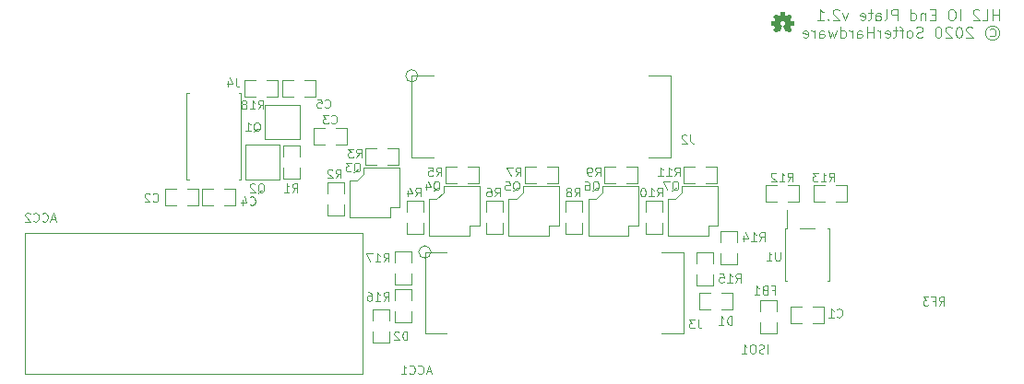
<source format=gbo>
G04 #@! TF.GenerationSoftware,KiCad,Pcbnew,5.1.5-52549c5~84~ubuntu18.04.1*
G04 #@! TF.CreationDate,2020-03-18T22:18:37-07:00*
G04 #@! TF.ProjectId,endcap,656e6463-6170-42e6-9b69-6361645f7063,2.1*
G04 #@! TF.SameCoordinates,PX2faf080PY2faf080*
G04 #@! TF.FileFunction,Legend,Bot*
G04 #@! TF.FilePolarity,Positive*
%FSLAX46Y46*%
G04 Gerber Fmt 4.6, Leading zero omitted, Abs format (unit mm)*
G04 Created by KiCad (PCBNEW 5.1.5-52549c5~84~ubuntu18.04.1) date 2020-03-18 22:18:37*
%MOMM*%
%LPD*%
G04 APERTURE LIST*
%ADD10C,0.120000*%
%ADD11C,0.100000*%
%ADD12C,0.002540*%
G04 APERTURE END LIST*
D10*
X96983904Y-4942380D02*
X96983904Y-3942380D01*
X96983904Y-4418571D02*
X96412476Y-4418571D01*
X96412476Y-4942380D02*
X96412476Y-3942380D01*
X95460095Y-4942380D02*
X95936285Y-4942380D01*
X95936285Y-3942380D01*
X95174380Y-4037619D02*
X95126761Y-3990000D01*
X95031523Y-3942380D01*
X94793428Y-3942380D01*
X94698190Y-3990000D01*
X94650571Y-4037619D01*
X94602952Y-4132857D01*
X94602952Y-4228095D01*
X94650571Y-4370952D01*
X95222000Y-4942380D01*
X94602952Y-4942380D01*
X93412476Y-4942380D02*
X93412476Y-3942380D01*
X92745809Y-3942380D02*
X92555333Y-3942380D01*
X92460095Y-3990000D01*
X92364857Y-4085238D01*
X92317238Y-4275714D01*
X92317238Y-4609047D01*
X92364857Y-4799523D01*
X92460095Y-4894761D01*
X92555333Y-4942380D01*
X92745809Y-4942380D01*
X92841047Y-4894761D01*
X92936285Y-4799523D01*
X92983904Y-4609047D01*
X92983904Y-4275714D01*
X92936285Y-4085238D01*
X92841047Y-3990000D01*
X92745809Y-3942380D01*
X91126761Y-4418571D02*
X90793428Y-4418571D01*
X90650571Y-4942380D02*
X91126761Y-4942380D01*
X91126761Y-3942380D01*
X90650571Y-3942380D01*
X90222000Y-4275714D02*
X90222000Y-4942380D01*
X90222000Y-4370952D02*
X90174380Y-4323333D01*
X90079142Y-4275714D01*
X89936285Y-4275714D01*
X89841047Y-4323333D01*
X89793428Y-4418571D01*
X89793428Y-4942380D01*
X88888666Y-4942380D02*
X88888666Y-3942380D01*
X88888666Y-4894761D02*
X88983904Y-4942380D01*
X89174380Y-4942380D01*
X89269619Y-4894761D01*
X89317238Y-4847142D01*
X89364857Y-4751904D01*
X89364857Y-4466190D01*
X89317238Y-4370952D01*
X89269619Y-4323333D01*
X89174380Y-4275714D01*
X88983904Y-4275714D01*
X88888666Y-4323333D01*
X87650571Y-4942380D02*
X87650571Y-3942380D01*
X87269619Y-3942380D01*
X87174380Y-3990000D01*
X87126761Y-4037619D01*
X87079142Y-4132857D01*
X87079142Y-4275714D01*
X87126761Y-4370952D01*
X87174380Y-4418571D01*
X87269619Y-4466190D01*
X87650571Y-4466190D01*
X86507714Y-4942380D02*
X86602952Y-4894761D01*
X86650571Y-4799523D01*
X86650571Y-3942380D01*
X85698190Y-4942380D02*
X85698190Y-4418571D01*
X85745809Y-4323333D01*
X85841047Y-4275714D01*
X86031523Y-4275714D01*
X86126761Y-4323333D01*
X85698190Y-4894761D02*
X85793428Y-4942380D01*
X86031523Y-4942380D01*
X86126761Y-4894761D01*
X86174380Y-4799523D01*
X86174380Y-4704285D01*
X86126761Y-4609047D01*
X86031523Y-4561428D01*
X85793428Y-4561428D01*
X85698190Y-4513809D01*
X85364857Y-4275714D02*
X84983904Y-4275714D01*
X85222000Y-3942380D02*
X85222000Y-4799523D01*
X85174380Y-4894761D01*
X85079142Y-4942380D01*
X84983904Y-4942380D01*
X84269619Y-4894761D02*
X84364857Y-4942380D01*
X84555333Y-4942380D01*
X84650571Y-4894761D01*
X84698190Y-4799523D01*
X84698190Y-4418571D01*
X84650571Y-4323333D01*
X84555333Y-4275714D01*
X84364857Y-4275714D01*
X84269619Y-4323333D01*
X84222000Y-4418571D01*
X84222000Y-4513809D01*
X84698190Y-4609047D01*
X83126761Y-4275714D02*
X82888666Y-4942380D01*
X82650571Y-4275714D01*
X82317238Y-4037619D02*
X82269619Y-3990000D01*
X82174380Y-3942380D01*
X81936285Y-3942380D01*
X81841047Y-3990000D01*
X81793428Y-4037619D01*
X81745809Y-4132857D01*
X81745809Y-4228095D01*
X81793428Y-4370952D01*
X82364857Y-4942380D01*
X81745809Y-4942380D01*
X81317238Y-4847142D02*
X81269619Y-4894761D01*
X81317238Y-4942380D01*
X81364857Y-4894761D01*
X81317238Y-4847142D01*
X81317238Y-4942380D01*
X80317238Y-4942380D02*
X80888666Y-4942380D01*
X80602952Y-4942380D02*
X80602952Y-3942380D01*
X80698190Y-4085238D01*
X80793428Y-4180476D01*
X80888666Y-4228095D01*
X96174380Y-5800476D02*
X96269619Y-5752857D01*
X96460095Y-5752857D01*
X96555333Y-5800476D01*
X96650571Y-5895714D01*
X96698190Y-5990952D01*
X96698190Y-6181428D01*
X96650571Y-6276666D01*
X96555333Y-6371904D01*
X96460095Y-6419523D01*
X96269619Y-6419523D01*
X96174380Y-6371904D01*
X96364857Y-5419523D02*
X96602952Y-5467142D01*
X96841047Y-5610000D01*
X96983904Y-5848095D01*
X97031523Y-6086190D01*
X96983904Y-6324285D01*
X96841047Y-6562380D01*
X96602952Y-6705238D01*
X96364857Y-6752857D01*
X96126761Y-6705238D01*
X95888666Y-6562380D01*
X95745809Y-6324285D01*
X95698190Y-6086190D01*
X95745809Y-5848095D01*
X95888666Y-5610000D01*
X96126761Y-5467142D01*
X96364857Y-5419523D01*
X94555333Y-5657619D02*
X94507714Y-5610000D01*
X94412476Y-5562380D01*
X94174380Y-5562380D01*
X94079142Y-5610000D01*
X94031523Y-5657619D01*
X93983904Y-5752857D01*
X93983904Y-5848095D01*
X94031523Y-5990952D01*
X94602952Y-6562380D01*
X93983904Y-6562380D01*
X93364857Y-5562380D02*
X93269619Y-5562380D01*
X93174380Y-5610000D01*
X93126761Y-5657619D01*
X93079142Y-5752857D01*
X93031523Y-5943333D01*
X93031523Y-6181428D01*
X93079142Y-6371904D01*
X93126761Y-6467142D01*
X93174380Y-6514761D01*
X93269619Y-6562380D01*
X93364857Y-6562380D01*
X93460095Y-6514761D01*
X93507714Y-6467142D01*
X93555333Y-6371904D01*
X93602952Y-6181428D01*
X93602952Y-5943333D01*
X93555333Y-5752857D01*
X93507714Y-5657619D01*
X93460095Y-5610000D01*
X93364857Y-5562380D01*
X92650571Y-5657619D02*
X92602952Y-5610000D01*
X92507714Y-5562380D01*
X92269619Y-5562380D01*
X92174380Y-5610000D01*
X92126761Y-5657619D01*
X92079142Y-5752857D01*
X92079142Y-5848095D01*
X92126761Y-5990952D01*
X92698190Y-6562380D01*
X92079142Y-6562380D01*
X91460095Y-5562380D02*
X91364857Y-5562380D01*
X91269619Y-5610000D01*
X91222000Y-5657619D01*
X91174380Y-5752857D01*
X91126761Y-5943333D01*
X91126761Y-6181428D01*
X91174380Y-6371904D01*
X91222000Y-6467142D01*
X91269619Y-6514761D01*
X91364857Y-6562380D01*
X91460095Y-6562380D01*
X91555333Y-6514761D01*
X91602952Y-6467142D01*
X91650571Y-6371904D01*
X91698190Y-6181428D01*
X91698190Y-5943333D01*
X91650571Y-5752857D01*
X91602952Y-5657619D01*
X91555333Y-5610000D01*
X91460095Y-5562380D01*
X89983904Y-6514761D02*
X89841047Y-6562380D01*
X89602952Y-6562380D01*
X89507714Y-6514761D01*
X89460095Y-6467142D01*
X89412476Y-6371904D01*
X89412476Y-6276666D01*
X89460095Y-6181428D01*
X89507714Y-6133809D01*
X89602952Y-6086190D01*
X89793428Y-6038571D01*
X89888666Y-5990952D01*
X89936285Y-5943333D01*
X89983904Y-5848095D01*
X89983904Y-5752857D01*
X89936285Y-5657619D01*
X89888666Y-5610000D01*
X89793428Y-5562380D01*
X89555333Y-5562380D01*
X89412476Y-5610000D01*
X88841047Y-6562380D02*
X88936285Y-6514761D01*
X88983904Y-6467142D01*
X89031523Y-6371904D01*
X89031523Y-6086190D01*
X88983904Y-5990952D01*
X88936285Y-5943333D01*
X88841047Y-5895714D01*
X88698190Y-5895714D01*
X88602952Y-5943333D01*
X88555333Y-5990952D01*
X88507714Y-6086190D01*
X88507714Y-6371904D01*
X88555333Y-6467142D01*
X88602952Y-6514761D01*
X88698190Y-6562380D01*
X88841047Y-6562380D01*
X88222000Y-5895714D02*
X87841047Y-5895714D01*
X88079142Y-6562380D02*
X88079142Y-5705238D01*
X88031523Y-5610000D01*
X87936285Y-5562380D01*
X87841047Y-5562380D01*
X87650571Y-5895714D02*
X87269619Y-5895714D01*
X87507714Y-5562380D02*
X87507714Y-6419523D01*
X87460095Y-6514761D01*
X87364857Y-6562380D01*
X87269619Y-6562380D01*
X86555333Y-6514761D02*
X86650571Y-6562380D01*
X86841047Y-6562380D01*
X86936285Y-6514761D01*
X86983904Y-6419523D01*
X86983904Y-6038571D01*
X86936285Y-5943333D01*
X86841047Y-5895714D01*
X86650571Y-5895714D01*
X86555333Y-5943333D01*
X86507714Y-6038571D01*
X86507714Y-6133809D01*
X86983904Y-6229047D01*
X86079142Y-6562380D02*
X86079142Y-5895714D01*
X86079142Y-6086190D02*
X86031523Y-5990952D01*
X85983904Y-5943333D01*
X85888666Y-5895714D01*
X85793428Y-5895714D01*
X85460095Y-6562380D02*
X85460095Y-5562380D01*
X85460095Y-6038571D02*
X84888666Y-6038571D01*
X84888666Y-6562380D02*
X84888666Y-5562380D01*
X83983904Y-6562380D02*
X83983904Y-6038571D01*
X84031523Y-5943333D01*
X84126761Y-5895714D01*
X84317238Y-5895714D01*
X84412476Y-5943333D01*
X83983904Y-6514761D02*
X84079142Y-6562380D01*
X84317238Y-6562380D01*
X84412476Y-6514761D01*
X84460095Y-6419523D01*
X84460095Y-6324285D01*
X84412476Y-6229047D01*
X84317238Y-6181428D01*
X84079142Y-6181428D01*
X83983904Y-6133809D01*
X83507714Y-6562380D02*
X83507714Y-5895714D01*
X83507714Y-6086190D02*
X83460095Y-5990952D01*
X83412476Y-5943333D01*
X83317238Y-5895714D01*
X83222000Y-5895714D01*
X82460095Y-6562380D02*
X82460095Y-5562380D01*
X82460095Y-6514761D02*
X82555333Y-6562380D01*
X82745809Y-6562380D01*
X82841047Y-6514761D01*
X82888666Y-6467142D01*
X82936285Y-6371904D01*
X82936285Y-6086190D01*
X82888666Y-5990952D01*
X82841047Y-5943333D01*
X82745809Y-5895714D01*
X82555333Y-5895714D01*
X82460095Y-5943333D01*
X82079142Y-5895714D02*
X81888666Y-6562380D01*
X81698190Y-6086190D01*
X81507714Y-6562380D01*
X81317238Y-5895714D01*
X80507714Y-6562380D02*
X80507714Y-6038571D01*
X80555333Y-5943333D01*
X80650571Y-5895714D01*
X80841047Y-5895714D01*
X80936285Y-5943333D01*
X80507714Y-6514761D02*
X80602952Y-6562380D01*
X80841047Y-6562380D01*
X80936285Y-6514761D01*
X80983904Y-6419523D01*
X80983904Y-6324285D01*
X80936285Y-6229047D01*
X80841047Y-6181428D01*
X80602952Y-6181428D01*
X80507714Y-6133809D01*
X80031523Y-6562380D02*
X80031523Y-5895714D01*
X80031523Y-6086190D02*
X79983904Y-5990952D01*
X79936285Y-5943333D01*
X79841047Y-5895714D01*
X79745809Y-5895714D01*
X79031523Y-6514761D02*
X79126761Y-6562380D01*
X79317238Y-6562380D01*
X79412476Y-6514761D01*
X79460095Y-6419523D01*
X79460095Y-6038571D01*
X79412476Y-5943333D01*
X79317238Y-5895714D01*
X79126761Y-5895714D01*
X79031523Y-5943333D01*
X78983904Y-6038571D01*
X78983904Y-6133809D01*
X79460095Y-6229047D01*
D11*
X31226000Y-12012000D02*
X32242000Y-12012000D01*
X31226000Y-10488000D02*
X31226000Y-12012000D01*
X32242000Y-10488000D02*
X31226000Y-10488000D01*
X34274000Y-10488000D02*
X33258000Y-10488000D01*
X34274000Y-12012000D02*
X34274000Y-10488000D01*
X33258000Y-12012000D02*
X34274000Y-12012000D01*
X28742000Y-10488000D02*
X27726000Y-10488000D01*
X27726000Y-10488000D02*
X27726000Y-12012000D01*
X27726000Y-12012000D02*
X28742000Y-12012000D01*
X29758000Y-12012000D02*
X30774000Y-12012000D01*
X30774000Y-12012000D02*
X30774000Y-10488000D01*
X30774000Y-10488000D02*
X29758000Y-10488000D01*
X43062000Y-30692000D02*
X43062000Y-29676000D01*
X43062000Y-29676000D02*
X41538000Y-29676000D01*
X41538000Y-29676000D02*
X41538000Y-30692000D01*
X41538000Y-31708000D02*
X41538000Y-32724000D01*
X41538000Y-32724000D02*
X43062000Y-32724000D01*
X43062000Y-32724000D02*
X43062000Y-31708000D01*
X41062000Y-32592000D02*
X41062000Y-31576000D01*
X41062000Y-31576000D02*
X39538000Y-31576000D01*
X39538000Y-31576000D02*
X39538000Y-32592000D01*
X39538000Y-33608000D02*
X39538000Y-34624000D01*
X39538000Y-34624000D02*
X41062000Y-34624000D01*
X41062000Y-34624000D02*
X41062000Y-33608000D01*
X41538000Y-26176000D02*
X41538000Y-27192000D01*
X43062000Y-26176000D02*
X41538000Y-26176000D01*
X43062000Y-27192000D02*
X43062000Y-26176000D01*
X43062000Y-29224000D02*
X43062000Y-28208000D01*
X41538000Y-29224000D02*
X43062000Y-29224000D01*
X41538000Y-28208000D02*
X41538000Y-29224000D01*
X7600000Y-37500000D02*
X38600000Y-37500000D01*
X38600000Y-37500000D02*
X38600000Y-24500000D01*
X38600000Y-24500000D02*
X7600000Y-24500000D01*
X7600000Y-24500000D02*
X7600000Y-37500000D01*
X43659017Y-10050000D02*
G75*
G03X43659017Y-10050000I-559017J0D01*
G01*
X66850000Y-17550000D02*
X64850000Y-17550000D01*
X66850000Y-10050000D02*
X66850000Y-17550000D01*
X64850000Y-10050000D02*
X66850000Y-10050000D01*
X43100000Y-17550000D02*
X45100000Y-17550000D01*
X43100000Y-10050000D02*
X43100000Y-17550000D01*
X45100000Y-10050000D02*
X43100000Y-10050000D01*
X44859017Y-26250000D02*
G75*
G03X44859017Y-26250000I-559017J0D01*
G01*
X68050000Y-33750000D02*
X66050000Y-33750000D01*
X68050000Y-26250000D02*
X68050000Y-33750000D01*
X66050000Y-26250000D02*
X68050000Y-26250000D01*
X44300000Y-33750000D02*
X46300000Y-33750000D01*
X44300000Y-26250000D02*
X44300000Y-33750000D01*
X46300000Y-26250000D02*
X44300000Y-26250000D01*
X31338000Y-16476000D02*
X31338000Y-17492000D01*
X32862000Y-16476000D02*
X31338000Y-16476000D01*
X32862000Y-17492000D02*
X32862000Y-16476000D01*
X32862000Y-19524000D02*
X32862000Y-18508000D01*
X31338000Y-19524000D02*
X32862000Y-19524000D01*
X31338000Y-18508000D02*
X31338000Y-19524000D01*
X32800000Y-12700000D02*
X32800000Y-15900000D01*
X29600000Y-12700000D02*
X32800000Y-12700000D01*
X29600000Y-15900000D02*
X29600000Y-12700000D01*
X32800000Y-15900000D02*
X29600000Y-15900000D01*
X31000000Y-19600000D02*
X27800000Y-19600000D01*
X31000000Y-16400000D02*
X31000000Y-19600000D01*
X27800000Y-16400000D02*
X31000000Y-16400000D01*
X27800000Y-19600000D02*
X27800000Y-16400000D01*
X38100000Y-19700000D02*
X37400000Y-19700000D01*
X38700000Y-19100000D02*
X38100000Y-19700000D01*
X38700000Y-18500000D02*
X38700000Y-19100000D01*
X42000000Y-18500000D02*
X38700000Y-18500000D01*
X42000000Y-22100000D02*
X42000000Y-18500000D01*
X41100000Y-22100000D02*
X42000000Y-22100000D01*
X41100000Y-23100000D02*
X41100000Y-22100000D01*
X37400000Y-23100000D02*
X41100000Y-23100000D01*
X37400000Y-19700000D02*
X37400000Y-23100000D01*
X44700000Y-21400000D02*
X44700000Y-24800000D01*
X44700000Y-24800000D02*
X48400000Y-24800000D01*
X48400000Y-24800000D02*
X48400000Y-23800000D01*
X48400000Y-23800000D02*
X49300000Y-23800000D01*
X49300000Y-23800000D02*
X49300000Y-20200000D01*
X49300000Y-20200000D02*
X46000000Y-20200000D01*
X46000000Y-20200000D02*
X46000000Y-20800000D01*
X46000000Y-20800000D02*
X45400000Y-21400000D01*
X45400000Y-21400000D02*
X44700000Y-21400000D01*
X52000000Y-21400000D02*
X52000000Y-24800000D01*
X52000000Y-24800000D02*
X55700000Y-24800000D01*
X55700000Y-24800000D02*
X55700000Y-23800000D01*
X55700000Y-23800000D02*
X56600000Y-23800000D01*
X56600000Y-23800000D02*
X56600000Y-20200000D01*
X56600000Y-20200000D02*
X53300000Y-20200000D01*
X53300000Y-20200000D02*
X53300000Y-20800000D01*
X53300000Y-20800000D02*
X52700000Y-21400000D01*
X52700000Y-21400000D02*
X52000000Y-21400000D01*
X60000000Y-21400000D02*
X59300000Y-21400000D01*
X60600000Y-20800000D02*
X60000000Y-21400000D01*
X60600000Y-20200000D02*
X60600000Y-20800000D01*
X63900000Y-20200000D02*
X60600000Y-20200000D01*
X63900000Y-23800000D02*
X63900000Y-20200000D01*
X63000000Y-23800000D02*
X63900000Y-23800000D01*
X63000000Y-24800000D02*
X63000000Y-23800000D01*
X59300000Y-24800000D02*
X63000000Y-24800000D01*
X59300000Y-21400000D02*
X59300000Y-24800000D01*
X66600000Y-21400000D02*
X66600000Y-24800000D01*
X66600000Y-24800000D02*
X70300000Y-24800000D01*
X70300000Y-24800000D02*
X70300000Y-23800000D01*
X70300000Y-23800000D02*
X71200000Y-23800000D01*
X71200000Y-23800000D02*
X71200000Y-20200000D01*
X71200000Y-20200000D02*
X67900000Y-20200000D01*
X67900000Y-20200000D02*
X67900000Y-20800000D01*
X67900000Y-20800000D02*
X67300000Y-21400000D01*
X67300000Y-21400000D02*
X66600000Y-21400000D01*
X35338000Y-21908000D02*
X35338000Y-22924000D01*
X35338000Y-22924000D02*
X36862000Y-22924000D01*
X36862000Y-22924000D02*
X36862000Y-21908000D01*
X36862000Y-20892000D02*
X36862000Y-19876000D01*
X36862000Y-19876000D02*
X35338000Y-19876000D01*
X35338000Y-19876000D02*
X35338000Y-20892000D01*
X41924000Y-16738000D02*
X40908000Y-16738000D01*
X41924000Y-18262000D02*
X41924000Y-16738000D01*
X40908000Y-18262000D02*
X41924000Y-18262000D01*
X38876000Y-18262000D02*
X39892000Y-18262000D01*
X38876000Y-16738000D02*
X38876000Y-18262000D01*
X39892000Y-16738000D02*
X38876000Y-16738000D01*
X42638000Y-23608000D02*
X42638000Y-24624000D01*
X42638000Y-24624000D02*
X44162000Y-24624000D01*
X44162000Y-24624000D02*
X44162000Y-23608000D01*
X44162000Y-22592000D02*
X44162000Y-21576000D01*
X44162000Y-21576000D02*
X42638000Y-21576000D01*
X42638000Y-21576000D02*
X42638000Y-22592000D01*
X49224000Y-18438000D02*
X48208000Y-18438000D01*
X49224000Y-19962000D02*
X49224000Y-18438000D01*
X48208000Y-19962000D02*
X49224000Y-19962000D01*
X46176000Y-19962000D02*
X47192000Y-19962000D01*
X46176000Y-18438000D02*
X46176000Y-19962000D01*
X47192000Y-18438000D02*
X46176000Y-18438000D01*
X49938000Y-23608000D02*
X49938000Y-24624000D01*
X49938000Y-24624000D02*
X51462000Y-24624000D01*
X51462000Y-24624000D02*
X51462000Y-23608000D01*
X51462000Y-22592000D02*
X51462000Y-21576000D01*
X51462000Y-21576000D02*
X49938000Y-21576000D01*
X49938000Y-21576000D02*
X49938000Y-22592000D01*
X56524000Y-18438000D02*
X55508000Y-18438000D01*
X56524000Y-19962000D02*
X56524000Y-18438000D01*
X55508000Y-19962000D02*
X56524000Y-19962000D01*
X53476000Y-19962000D02*
X54492000Y-19962000D01*
X53476000Y-18438000D02*
X53476000Y-19962000D01*
X54492000Y-18438000D02*
X53476000Y-18438000D01*
X57238000Y-23608000D02*
X57238000Y-24624000D01*
X57238000Y-24624000D02*
X58762000Y-24624000D01*
X58762000Y-24624000D02*
X58762000Y-23608000D01*
X58762000Y-22592000D02*
X58762000Y-21576000D01*
X58762000Y-21576000D02*
X57238000Y-21576000D01*
X57238000Y-21576000D02*
X57238000Y-22592000D01*
X63824000Y-18438000D02*
X62808000Y-18438000D01*
X63824000Y-19962000D02*
X63824000Y-18438000D01*
X62808000Y-19962000D02*
X63824000Y-19962000D01*
X60776000Y-19962000D02*
X61792000Y-19962000D01*
X60776000Y-18438000D02*
X60776000Y-19962000D01*
X61792000Y-18438000D02*
X60776000Y-18438000D01*
X64538000Y-23608000D02*
X64538000Y-24624000D01*
X64538000Y-24624000D02*
X66062000Y-24624000D01*
X66062000Y-24624000D02*
X66062000Y-23608000D01*
X66062000Y-22592000D02*
X66062000Y-21576000D01*
X66062000Y-21576000D02*
X64538000Y-21576000D01*
X64538000Y-21576000D02*
X64538000Y-22592000D01*
X71124000Y-18438000D02*
X70108000Y-18438000D01*
X71124000Y-19962000D02*
X71124000Y-18438000D01*
X70108000Y-19962000D02*
X71124000Y-19962000D01*
X68076000Y-19962000D02*
X69092000Y-19962000D01*
X68076000Y-18438000D02*
X68076000Y-19962000D01*
X69092000Y-18438000D02*
X68076000Y-18438000D01*
X27200000Y-19600000D02*
X27450000Y-19600000D01*
X27450000Y-19600000D02*
X27450000Y-11600000D01*
X27450000Y-11600000D02*
X27200000Y-11600000D01*
X22700000Y-19600000D02*
X22450000Y-19600000D01*
X22450000Y-19600000D02*
X22450000Y-11600000D01*
X22450000Y-11600000D02*
X22700000Y-11600000D01*
X78892000Y-31238000D02*
X77876000Y-31238000D01*
X77876000Y-31238000D02*
X77876000Y-32762000D01*
X77876000Y-32762000D02*
X78892000Y-32762000D01*
X79908000Y-32762000D02*
X80924000Y-32762000D01*
X80924000Y-32762000D02*
X80924000Y-31238000D01*
X80924000Y-31238000D02*
X79908000Y-31238000D01*
X20476000Y-21962000D02*
X21492000Y-21962000D01*
X20476000Y-20438000D02*
X20476000Y-21962000D01*
X21492000Y-20438000D02*
X20476000Y-20438000D01*
X23524000Y-20438000D02*
X22508000Y-20438000D01*
X23524000Y-21962000D02*
X23524000Y-20438000D01*
X22508000Y-21962000D02*
X23524000Y-21962000D01*
X36108000Y-16362000D02*
X37124000Y-16362000D01*
X37124000Y-16362000D02*
X37124000Y-14838000D01*
X37124000Y-14838000D02*
X36108000Y-14838000D01*
X35092000Y-14838000D02*
X34076000Y-14838000D01*
X34076000Y-14838000D02*
X34076000Y-16362000D01*
X34076000Y-16362000D02*
X35092000Y-16362000D01*
X77608000Y-21662000D02*
X78624000Y-21662000D01*
X78624000Y-21662000D02*
X78624000Y-20138000D01*
X78624000Y-20138000D02*
X77608000Y-20138000D01*
X76592000Y-20138000D02*
X75576000Y-20138000D01*
X75576000Y-20138000D02*
X75576000Y-21662000D01*
X75576000Y-21662000D02*
X76592000Y-21662000D01*
X83024000Y-20138000D02*
X82008000Y-20138000D01*
X83024000Y-21662000D02*
X83024000Y-20138000D01*
X82008000Y-21662000D02*
X83024000Y-21662000D01*
X79976000Y-21662000D02*
X80992000Y-21662000D01*
X79976000Y-20138000D02*
X79976000Y-21662000D01*
X80992000Y-20138000D02*
X79976000Y-20138000D01*
D10*
X77550000Y-24100000D02*
X77550000Y-22400000D01*
X80050000Y-24100000D02*
X78750000Y-24100000D01*
X81250000Y-28900000D02*
X81400000Y-28900000D01*
X81400000Y-28900000D02*
X81400000Y-24100000D01*
X81400000Y-24100000D02*
X81250000Y-24100000D01*
X77550000Y-24100000D02*
X77400000Y-24100000D01*
X77400000Y-24100000D02*
X77400000Y-28900000D01*
X77400000Y-28900000D02*
X77550000Y-28900000D01*
D11*
X75038000Y-32708000D02*
X75038000Y-33724000D01*
X75038000Y-33724000D02*
X76562000Y-33724000D01*
X76562000Y-33724000D02*
X76562000Y-32708000D01*
X76562000Y-31692000D02*
X76562000Y-30676000D01*
X76562000Y-30676000D02*
X75038000Y-30676000D01*
X75038000Y-30676000D02*
X75038000Y-31692000D01*
X24892000Y-20438000D02*
X23876000Y-20438000D01*
X23876000Y-20438000D02*
X23876000Y-21962000D01*
X23876000Y-21962000D02*
X24892000Y-21962000D01*
X25908000Y-21962000D02*
X26924000Y-21962000D01*
X26924000Y-21962000D02*
X26924000Y-20438000D01*
X26924000Y-20438000D02*
X25908000Y-20438000D01*
X70492000Y-30038000D02*
X69476000Y-30038000D01*
X69476000Y-30038000D02*
X69476000Y-31562000D01*
X69476000Y-31562000D02*
X70492000Y-31562000D01*
X71508000Y-31562000D02*
X72524000Y-31562000D01*
X72524000Y-31562000D02*
X72524000Y-30038000D01*
X72524000Y-30038000D02*
X71508000Y-30038000D01*
X72962000Y-25392000D02*
X72962000Y-24376000D01*
X72962000Y-24376000D02*
X71438000Y-24376000D01*
X71438000Y-24376000D02*
X71438000Y-25392000D01*
X71438000Y-26408000D02*
X71438000Y-27424000D01*
X71438000Y-27424000D02*
X72962000Y-27424000D01*
X72962000Y-27424000D02*
X72962000Y-26408000D01*
X69238000Y-26276000D02*
X69238000Y-27292000D01*
X70762000Y-26276000D02*
X69238000Y-26276000D01*
X70762000Y-27292000D02*
X70762000Y-26276000D01*
X70762000Y-29324000D02*
X70762000Y-28308000D01*
X69238000Y-29324000D02*
X70762000Y-29324000D01*
X69238000Y-28308000D02*
X69238000Y-29324000D01*
D12*
G36*
X76495480Y-5996620D02*
G01*
X76505640Y-5991540D01*
X76528500Y-5976300D01*
X76561520Y-5955980D01*
X76602160Y-5928040D01*
X76640260Y-5902640D01*
X76673280Y-5879780D01*
X76696140Y-5864540D01*
X76706300Y-5859460D01*
X76711380Y-5862000D01*
X76729160Y-5872160D01*
X76757100Y-5884860D01*
X76772340Y-5892480D01*
X76797740Y-5905180D01*
X76810440Y-5907720D01*
X76812980Y-5902640D01*
X76823140Y-5884860D01*
X76835840Y-5851840D01*
X76856160Y-5808660D01*
X76876480Y-5757860D01*
X76899340Y-5701980D01*
X76922200Y-5646100D01*
X76945060Y-5592760D01*
X76965380Y-5544500D01*
X76980620Y-5506400D01*
X76990780Y-5478460D01*
X76995860Y-5468300D01*
X76993320Y-5465760D01*
X76980620Y-5453060D01*
X76960300Y-5437820D01*
X76912040Y-5397180D01*
X76866320Y-5338760D01*
X76835840Y-5272720D01*
X76828220Y-5199060D01*
X76835840Y-5133020D01*
X76861240Y-5069520D01*
X76906960Y-5008560D01*
X76962840Y-4965380D01*
X77028880Y-4937440D01*
X77100000Y-4929820D01*
X77168580Y-4937440D01*
X77234620Y-4962840D01*
X77295580Y-5008560D01*
X77318440Y-5036500D01*
X77354000Y-5097460D01*
X77374320Y-5158420D01*
X77374320Y-5173660D01*
X77371780Y-5244780D01*
X77351460Y-5313360D01*
X77315900Y-5371780D01*
X77262560Y-5422580D01*
X77257480Y-5427660D01*
X77232080Y-5445440D01*
X77216840Y-5455600D01*
X77204140Y-5465760D01*
X77293040Y-5681660D01*
X77308280Y-5717220D01*
X77333680Y-5775640D01*
X77354000Y-5826440D01*
X77371780Y-5867080D01*
X77384480Y-5892480D01*
X77389560Y-5905180D01*
X77397180Y-5905180D01*
X77412420Y-5900100D01*
X77442900Y-5884860D01*
X77463220Y-5874700D01*
X77486080Y-5864540D01*
X77496240Y-5859460D01*
X77506400Y-5864540D01*
X77526720Y-5879780D01*
X77559740Y-5900100D01*
X77597840Y-5925500D01*
X77633400Y-5950900D01*
X77668960Y-5973760D01*
X77691820Y-5989000D01*
X77704520Y-5996620D01*
X77707060Y-5996620D01*
X77717220Y-5989000D01*
X77737540Y-5973760D01*
X77765480Y-5945820D01*
X77806120Y-5905180D01*
X77813740Y-5900100D01*
X77846760Y-5864540D01*
X77874700Y-5834060D01*
X77895020Y-5813740D01*
X77900100Y-5806120D01*
X77895020Y-5793420D01*
X77879780Y-5768020D01*
X77856920Y-5735000D01*
X77828980Y-5694360D01*
X77757860Y-5590220D01*
X77798500Y-5493700D01*
X77808660Y-5463220D01*
X77823900Y-5427660D01*
X77836600Y-5402260D01*
X77841680Y-5389560D01*
X77851840Y-5387020D01*
X77879780Y-5379400D01*
X77917880Y-5371780D01*
X77963600Y-5364160D01*
X78009320Y-5354000D01*
X78047420Y-5346380D01*
X78077900Y-5341300D01*
X78090600Y-5338760D01*
X78093140Y-5336220D01*
X78095680Y-5331140D01*
X78098220Y-5318440D01*
X78098220Y-5293040D01*
X78098220Y-5254940D01*
X78098220Y-5199060D01*
X78098220Y-5193980D01*
X78098220Y-5140640D01*
X78098220Y-5100000D01*
X78095680Y-5074600D01*
X78093140Y-5064440D01*
X78080440Y-5059360D01*
X78052500Y-5054280D01*
X78014400Y-5046660D01*
X77966140Y-5036500D01*
X77963600Y-5036500D01*
X77915340Y-5028880D01*
X77877240Y-5018720D01*
X77849300Y-5013640D01*
X77836600Y-5008560D01*
X77834060Y-5006020D01*
X77823900Y-4988240D01*
X77811200Y-4957760D01*
X77795960Y-4922200D01*
X77780720Y-4886640D01*
X77765480Y-4851080D01*
X77757860Y-4828220D01*
X77755320Y-4815520D01*
X77762940Y-4805360D01*
X77778180Y-4779960D01*
X77801040Y-4746940D01*
X77828980Y-4706300D01*
X77831520Y-4701220D01*
X77859460Y-4663120D01*
X77879780Y-4627560D01*
X77895020Y-4604700D01*
X77900100Y-4594540D01*
X77900100Y-4592000D01*
X77892480Y-4581840D01*
X77872160Y-4558980D01*
X77841680Y-4528500D01*
X77806120Y-4492940D01*
X77795960Y-4482780D01*
X77757860Y-4444680D01*
X77729920Y-4419280D01*
X77712140Y-4406580D01*
X77704520Y-4401500D01*
X77704520Y-4404040D01*
X77691820Y-4409120D01*
X77666420Y-4426900D01*
X77633400Y-4449760D01*
X77592760Y-4477700D01*
X77590220Y-4480240D01*
X77549580Y-4505640D01*
X77516560Y-4528500D01*
X77493700Y-4543740D01*
X77483540Y-4551360D01*
X77481000Y-4551360D01*
X77465760Y-4546280D01*
X77435280Y-4536120D01*
X77402260Y-4523420D01*
X77364160Y-4508180D01*
X77331140Y-4492940D01*
X77305740Y-4482780D01*
X77293040Y-4475160D01*
X77287960Y-4459920D01*
X77282880Y-4429440D01*
X77272720Y-4388800D01*
X77265100Y-4340540D01*
X77262560Y-4332920D01*
X77254940Y-4284660D01*
X77247320Y-4246560D01*
X77239700Y-4218620D01*
X77237160Y-4205920D01*
X77232080Y-4205920D01*
X77206680Y-4203380D01*
X77171120Y-4203380D01*
X77127940Y-4203380D01*
X77084760Y-4203380D01*
X77041580Y-4203380D01*
X77003480Y-4205920D01*
X76978080Y-4205920D01*
X76965380Y-4208460D01*
X76965380Y-4211000D01*
X76960300Y-4223700D01*
X76955220Y-4254180D01*
X76945060Y-4294820D01*
X76937440Y-4345620D01*
X76934900Y-4353240D01*
X76927280Y-4401500D01*
X76917120Y-4439600D01*
X76912040Y-4467540D01*
X76909500Y-4477700D01*
X76904420Y-4480240D01*
X76886640Y-4487860D01*
X76853620Y-4500560D01*
X76812980Y-4518340D01*
X76721540Y-4553900D01*
X76609780Y-4477700D01*
X76599620Y-4470080D01*
X76558980Y-4442140D01*
X76525960Y-4421820D01*
X76503100Y-4406580D01*
X76492940Y-4401500D01*
X76482780Y-4411660D01*
X76459920Y-4431980D01*
X76429440Y-4462460D01*
X76393880Y-4495480D01*
X76368480Y-4523420D01*
X76338000Y-4553900D01*
X76317680Y-4574220D01*
X76307520Y-4589460D01*
X76302440Y-4597080D01*
X76304980Y-4602160D01*
X76310060Y-4614860D01*
X76327840Y-4637720D01*
X76350700Y-4673280D01*
X76378640Y-4711380D01*
X76401500Y-4746940D01*
X76424360Y-4782500D01*
X76439600Y-4810440D01*
X76447220Y-4823140D01*
X76444680Y-4828220D01*
X76437060Y-4851080D01*
X76424360Y-4884100D01*
X76406580Y-4924740D01*
X76368480Y-5013640D01*
X76310060Y-5023800D01*
X76274500Y-5031420D01*
X76223700Y-5039040D01*
X76177980Y-5049200D01*
X76104320Y-5064440D01*
X76101780Y-5331140D01*
X76111940Y-5336220D01*
X76124640Y-5341300D01*
X76150040Y-5346380D01*
X76190680Y-5354000D01*
X76236400Y-5361620D01*
X76274500Y-5369240D01*
X76315140Y-5376860D01*
X76343080Y-5381940D01*
X76355780Y-5384480D01*
X76358320Y-5389560D01*
X76368480Y-5409880D01*
X76383720Y-5440360D01*
X76398960Y-5475920D01*
X76414200Y-5514020D01*
X76426900Y-5549580D01*
X76437060Y-5574980D01*
X76442140Y-5590220D01*
X76437060Y-5600380D01*
X76421820Y-5623240D01*
X76398960Y-5656260D01*
X76373560Y-5694360D01*
X76345620Y-5735000D01*
X76322760Y-5768020D01*
X76307520Y-5793420D01*
X76299900Y-5803580D01*
X76304980Y-5811200D01*
X76320220Y-5828980D01*
X76348160Y-5859460D01*
X76393880Y-5905180D01*
X76401500Y-5910260D01*
X76434520Y-5945820D01*
X76465000Y-5971220D01*
X76485320Y-5991540D01*
X76495480Y-5996620D01*
G37*
X76495480Y-5996620D02*
X76505640Y-5991540D01*
X76528500Y-5976300D01*
X76561520Y-5955980D01*
X76602160Y-5928040D01*
X76640260Y-5902640D01*
X76673280Y-5879780D01*
X76696140Y-5864540D01*
X76706300Y-5859460D01*
X76711380Y-5862000D01*
X76729160Y-5872160D01*
X76757100Y-5884860D01*
X76772340Y-5892480D01*
X76797740Y-5905180D01*
X76810440Y-5907720D01*
X76812980Y-5902640D01*
X76823140Y-5884860D01*
X76835840Y-5851840D01*
X76856160Y-5808660D01*
X76876480Y-5757860D01*
X76899340Y-5701980D01*
X76922200Y-5646100D01*
X76945060Y-5592760D01*
X76965380Y-5544500D01*
X76980620Y-5506400D01*
X76990780Y-5478460D01*
X76995860Y-5468300D01*
X76993320Y-5465760D01*
X76980620Y-5453060D01*
X76960300Y-5437820D01*
X76912040Y-5397180D01*
X76866320Y-5338760D01*
X76835840Y-5272720D01*
X76828220Y-5199060D01*
X76835840Y-5133020D01*
X76861240Y-5069520D01*
X76906960Y-5008560D01*
X76962840Y-4965380D01*
X77028880Y-4937440D01*
X77100000Y-4929820D01*
X77168580Y-4937440D01*
X77234620Y-4962840D01*
X77295580Y-5008560D01*
X77318440Y-5036500D01*
X77354000Y-5097460D01*
X77374320Y-5158420D01*
X77374320Y-5173660D01*
X77371780Y-5244780D01*
X77351460Y-5313360D01*
X77315900Y-5371780D01*
X77262560Y-5422580D01*
X77257480Y-5427660D01*
X77232080Y-5445440D01*
X77216840Y-5455600D01*
X77204140Y-5465760D01*
X77293040Y-5681660D01*
X77308280Y-5717220D01*
X77333680Y-5775640D01*
X77354000Y-5826440D01*
X77371780Y-5867080D01*
X77384480Y-5892480D01*
X77389560Y-5905180D01*
X77397180Y-5905180D01*
X77412420Y-5900100D01*
X77442900Y-5884860D01*
X77463220Y-5874700D01*
X77486080Y-5864540D01*
X77496240Y-5859460D01*
X77506400Y-5864540D01*
X77526720Y-5879780D01*
X77559740Y-5900100D01*
X77597840Y-5925500D01*
X77633400Y-5950900D01*
X77668960Y-5973760D01*
X77691820Y-5989000D01*
X77704520Y-5996620D01*
X77707060Y-5996620D01*
X77717220Y-5989000D01*
X77737540Y-5973760D01*
X77765480Y-5945820D01*
X77806120Y-5905180D01*
X77813740Y-5900100D01*
X77846760Y-5864540D01*
X77874700Y-5834060D01*
X77895020Y-5813740D01*
X77900100Y-5806120D01*
X77895020Y-5793420D01*
X77879780Y-5768020D01*
X77856920Y-5735000D01*
X77828980Y-5694360D01*
X77757860Y-5590220D01*
X77798500Y-5493700D01*
X77808660Y-5463220D01*
X77823900Y-5427660D01*
X77836600Y-5402260D01*
X77841680Y-5389560D01*
X77851840Y-5387020D01*
X77879780Y-5379400D01*
X77917880Y-5371780D01*
X77963600Y-5364160D01*
X78009320Y-5354000D01*
X78047420Y-5346380D01*
X78077900Y-5341300D01*
X78090600Y-5338760D01*
X78093140Y-5336220D01*
X78095680Y-5331140D01*
X78098220Y-5318440D01*
X78098220Y-5293040D01*
X78098220Y-5254940D01*
X78098220Y-5199060D01*
X78098220Y-5193980D01*
X78098220Y-5140640D01*
X78098220Y-5100000D01*
X78095680Y-5074600D01*
X78093140Y-5064440D01*
X78080440Y-5059360D01*
X78052500Y-5054280D01*
X78014400Y-5046660D01*
X77966140Y-5036500D01*
X77963600Y-5036500D01*
X77915340Y-5028880D01*
X77877240Y-5018720D01*
X77849300Y-5013640D01*
X77836600Y-5008560D01*
X77834060Y-5006020D01*
X77823900Y-4988240D01*
X77811200Y-4957760D01*
X77795960Y-4922200D01*
X77780720Y-4886640D01*
X77765480Y-4851080D01*
X77757860Y-4828220D01*
X77755320Y-4815520D01*
X77762940Y-4805360D01*
X77778180Y-4779960D01*
X77801040Y-4746940D01*
X77828980Y-4706300D01*
X77831520Y-4701220D01*
X77859460Y-4663120D01*
X77879780Y-4627560D01*
X77895020Y-4604700D01*
X77900100Y-4594540D01*
X77900100Y-4592000D01*
X77892480Y-4581840D01*
X77872160Y-4558980D01*
X77841680Y-4528500D01*
X77806120Y-4492940D01*
X77795960Y-4482780D01*
X77757860Y-4444680D01*
X77729920Y-4419280D01*
X77712140Y-4406580D01*
X77704520Y-4401500D01*
X77704520Y-4404040D01*
X77691820Y-4409120D01*
X77666420Y-4426900D01*
X77633400Y-4449760D01*
X77592760Y-4477700D01*
X77590220Y-4480240D01*
X77549580Y-4505640D01*
X77516560Y-4528500D01*
X77493700Y-4543740D01*
X77483540Y-4551360D01*
X77481000Y-4551360D01*
X77465760Y-4546280D01*
X77435280Y-4536120D01*
X77402260Y-4523420D01*
X77364160Y-4508180D01*
X77331140Y-4492940D01*
X77305740Y-4482780D01*
X77293040Y-4475160D01*
X77287960Y-4459920D01*
X77282880Y-4429440D01*
X77272720Y-4388800D01*
X77265100Y-4340540D01*
X77262560Y-4332920D01*
X77254940Y-4284660D01*
X77247320Y-4246560D01*
X77239700Y-4218620D01*
X77237160Y-4205920D01*
X77232080Y-4205920D01*
X77206680Y-4203380D01*
X77171120Y-4203380D01*
X77127940Y-4203380D01*
X77084760Y-4203380D01*
X77041580Y-4203380D01*
X77003480Y-4205920D01*
X76978080Y-4205920D01*
X76965380Y-4208460D01*
X76965380Y-4211000D01*
X76960300Y-4223700D01*
X76955220Y-4254180D01*
X76945060Y-4294820D01*
X76937440Y-4345620D01*
X76934900Y-4353240D01*
X76927280Y-4401500D01*
X76917120Y-4439600D01*
X76912040Y-4467540D01*
X76909500Y-4477700D01*
X76904420Y-4480240D01*
X76886640Y-4487860D01*
X76853620Y-4500560D01*
X76812980Y-4518340D01*
X76721540Y-4553900D01*
X76609780Y-4477700D01*
X76599620Y-4470080D01*
X76558980Y-4442140D01*
X76525960Y-4421820D01*
X76503100Y-4406580D01*
X76492940Y-4401500D01*
X76482780Y-4411660D01*
X76459920Y-4431980D01*
X76429440Y-4462460D01*
X76393880Y-4495480D01*
X76368480Y-4523420D01*
X76338000Y-4553900D01*
X76317680Y-4574220D01*
X76307520Y-4589460D01*
X76302440Y-4597080D01*
X76304980Y-4602160D01*
X76310060Y-4614860D01*
X76327840Y-4637720D01*
X76350700Y-4673280D01*
X76378640Y-4711380D01*
X76401500Y-4746940D01*
X76424360Y-4782500D01*
X76439600Y-4810440D01*
X76447220Y-4823140D01*
X76444680Y-4828220D01*
X76437060Y-4851080D01*
X76424360Y-4884100D01*
X76406580Y-4924740D01*
X76368480Y-5013640D01*
X76310060Y-5023800D01*
X76274500Y-5031420D01*
X76223700Y-5039040D01*
X76177980Y-5049200D01*
X76104320Y-5064440D01*
X76101780Y-5331140D01*
X76111940Y-5336220D01*
X76124640Y-5341300D01*
X76150040Y-5346380D01*
X76190680Y-5354000D01*
X76236400Y-5361620D01*
X76274500Y-5369240D01*
X76315140Y-5376860D01*
X76343080Y-5381940D01*
X76355780Y-5384480D01*
X76358320Y-5389560D01*
X76368480Y-5409880D01*
X76383720Y-5440360D01*
X76398960Y-5475920D01*
X76414200Y-5514020D01*
X76426900Y-5549580D01*
X76437060Y-5574980D01*
X76442140Y-5590220D01*
X76437060Y-5600380D01*
X76421820Y-5623240D01*
X76398960Y-5656260D01*
X76373560Y-5694360D01*
X76345620Y-5735000D01*
X76322760Y-5768020D01*
X76307520Y-5793420D01*
X76299900Y-5803580D01*
X76304980Y-5811200D01*
X76320220Y-5828980D01*
X76348160Y-5859460D01*
X76393880Y-5905180D01*
X76401500Y-5910260D01*
X76434520Y-5945820D01*
X76465000Y-5971220D01*
X76485320Y-5991540D01*
X76495480Y-5996620D01*
D11*
X91476190Y-31161904D02*
X91742857Y-30780952D01*
X91933333Y-31161904D02*
X91933333Y-30361904D01*
X91628571Y-30361904D01*
X91552380Y-30400000D01*
X91514285Y-30438095D01*
X91476190Y-30514285D01*
X91476190Y-30628571D01*
X91514285Y-30704761D01*
X91552380Y-30742857D01*
X91628571Y-30780952D01*
X91933333Y-30780952D01*
X90866666Y-30742857D02*
X91133333Y-30742857D01*
X91133333Y-31161904D02*
X91133333Y-30361904D01*
X90752380Y-30361904D01*
X90523809Y-30361904D02*
X90028571Y-30361904D01*
X90295238Y-30666666D01*
X90180952Y-30666666D01*
X90104761Y-30704761D01*
X90066666Y-30742857D01*
X90028571Y-30819047D01*
X90028571Y-31009523D01*
X90066666Y-31085714D01*
X90104761Y-31123809D01*
X90180952Y-31161904D01*
X90409523Y-31161904D01*
X90485714Y-31123809D01*
X90523809Y-31085714D01*
X35133333Y-12935714D02*
X35171428Y-12973809D01*
X35285714Y-13011904D01*
X35361904Y-13011904D01*
X35476190Y-12973809D01*
X35552380Y-12897619D01*
X35590476Y-12821428D01*
X35628571Y-12669047D01*
X35628571Y-12554761D01*
X35590476Y-12402380D01*
X35552380Y-12326190D01*
X35476190Y-12250000D01*
X35361904Y-12211904D01*
X35285714Y-12211904D01*
X35171428Y-12250000D01*
X35133333Y-12288095D01*
X34409523Y-12211904D02*
X34790476Y-12211904D01*
X34828571Y-12592857D01*
X34790476Y-12554761D01*
X34714285Y-12516666D01*
X34523809Y-12516666D01*
X34447619Y-12554761D01*
X34409523Y-12592857D01*
X34371428Y-12669047D01*
X34371428Y-12859523D01*
X34409523Y-12935714D01*
X34447619Y-12973809D01*
X34523809Y-13011904D01*
X34714285Y-13011904D01*
X34790476Y-12973809D01*
X34828571Y-12935714D01*
X29014285Y-13111904D02*
X29280952Y-12730952D01*
X29471428Y-13111904D02*
X29471428Y-12311904D01*
X29166666Y-12311904D01*
X29090476Y-12350000D01*
X29052380Y-12388095D01*
X29014285Y-12464285D01*
X29014285Y-12578571D01*
X29052380Y-12654761D01*
X29090476Y-12692857D01*
X29166666Y-12730952D01*
X29471428Y-12730952D01*
X28252380Y-13111904D02*
X28709523Y-13111904D01*
X28480952Y-13111904D02*
X28480952Y-12311904D01*
X28557142Y-12426190D01*
X28633333Y-12502380D01*
X28709523Y-12540476D01*
X27795238Y-12654761D02*
X27871428Y-12616666D01*
X27909523Y-12578571D01*
X27947619Y-12502380D01*
X27947619Y-12464285D01*
X27909523Y-12388095D01*
X27871428Y-12350000D01*
X27795238Y-12311904D01*
X27642857Y-12311904D01*
X27566666Y-12350000D01*
X27528571Y-12388095D01*
X27490476Y-12464285D01*
X27490476Y-12502380D01*
X27528571Y-12578571D01*
X27566666Y-12616666D01*
X27642857Y-12654761D01*
X27795238Y-12654761D01*
X27871428Y-12692857D01*
X27909523Y-12730952D01*
X27947619Y-12807142D01*
X27947619Y-12959523D01*
X27909523Y-13035714D01*
X27871428Y-13073809D01*
X27795238Y-13111904D01*
X27642857Y-13111904D01*
X27566666Y-13073809D01*
X27528571Y-13035714D01*
X27490476Y-12959523D01*
X27490476Y-12807142D01*
X27528571Y-12730952D01*
X27566666Y-12692857D01*
X27642857Y-12654761D01*
X40514285Y-30761904D02*
X40780952Y-30380952D01*
X40971428Y-30761904D02*
X40971428Y-29961904D01*
X40666666Y-29961904D01*
X40590476Y-30000000D01*
X40552380Y-30038095D01*
X40514285Y-30114285D01*
X40514285Y-30228571D01*
X40552380Y-30304761D01*
X40590476Y-30342857D01*
X40666666Y-30380952D01*
X40971428Y-30380952D01*
X39752380Y-30761904D02*
X40209523Y-30761904D01*
X39980952Y-30761904D02*
X39980952Y-29961904D01*
X40057142Y-30076190D01*
X40133333Y-30152380D01*
X40209523Y-30190476D01*
X39066666Y-29961904D02*
X39219047Y-29961904D01*
X39295238Y-30000000D01*
X39333333Y-30038095D01*
X39409523Y-30152380D01*
X39447619Y-30304761D01*
X39447619Y-30609523D01*
X39409523Y-30685714D01*
X39371428Y-30723809D01*
X39295238Y-30761904D01*
X39142857Y-30761904D01*
X39066666Y-30723809D01*
X39028571Y-30685714D01*
X38990476Y-30609523D01*
X38990476Y-30419047D01*
X39028571Y-30342857D01*
X39066666Y-30304761D01*
X39142857Y-30266666D01*
X39295238Y-30266666D01*
X39371428Y-30304761D01*
X39409523Y-30342857D01*
X39447619Y-30419047D01*
X42690476Y-34361904D02*
X42690476Y-33561904D01*
X42500000Y-33561904D01*
X42385714Y-33600000D01*
X42309523Y-33676190D01*
X42271428Y-33752380D01*
X42233333Y-33904761D01*
X42233333Y-34019047D01*
X42271428Y-34171428D01*
X42309523Y-34247619D01*
X42385714Y-34323809D01*
X42500000Y-34361904D01*
X42690476Y-34361904D01*
X41928571Y-33638095D02*
X41890476Y-33600000D01*
X41814285Y-33561904D01*
X41623809Y-33561904D01*
X41547619Y-33600000D01*
X41509523Y-33638095D01*
X41471428Y-33714285D01*
X41471428Y-33790476D01*
X41509523Y-33904761D01*
X41966666Y-34361904D01*
X41471428Y-34361904D01*
X40514285Y-27161904D02*
X40780952Y-26780952D01*
X40971428Y-27161904D02*
X40971428Y-26361904D01*
X40666666Y-26361904D01*
X40590476Y-26400000D01*
X40552380Y-26438095D01*
X40514285Y-26514285D01*
X40514285Y-26628571D01*
X40552380Y-26704761D01*
X40590476Y-26742857D01*
X40666666Y-26780952D01*
X40971428Y-26780952D01*
X39752380Y-27161904D02*
X40209523Y-27161904D01*
X39980952Y-27161904D02*
X39980952Y-26361904D01*
X40057142Y-26476190D01*
X40133333Y-26552380D01*
X40209523Y-26590476D01*
X39485714Y-26361904D02*
X38952380Y-26361904D01*
X39295238Y-27161904D01*
X10371428Y-23233333D02*
X9990476Y-23233333D01*
X10447619Y-23461904D02*
X10180952Y-22661904D01*
X9914285Y-23461904D01*
X9190476Y-23385714D02*
X9228571Y-23423809D01*
X9342857Y-23461904D01*
X9419047Y-23461904D01*
X9533333Y-23423809D01*
X9609523Y-23347619D01*
X9647619Y-23271428D01*
X9685714Y-23119047D01*
X9685714Y-23004761D01*
X9647619Y-22852380D01*
X9609523Y-22776190D01*
X9533333Y-22700000D01*
X9419047Y-22661904D01*
X9342857Y-22661904D01*
X9228571Y-22700000D01*
X9190476Y-22738095D01*
X8390476Y-23385714D02*
X8428571Y-23423809D01*
X8542857Y-23461904D01*
X8619047Y-23461904D01*
X8733333Y-23423809D01*
X8809523Y-23347619D01*
X8847619Y-23271428D01*
X8885714Y-23119047D01*
X8885714Y-23004761D01*
X8847619Y-22852380D01*
X8809523Y-22776190D01*
X8733333Y-22700000D01*
X8619047Y-22661904D01*
X8542857Y-22661904D01*
X8428571Y-22700000D01*
X8390476Y-22738095D01*
X8085714Y-22738095D02*
X8047619Y-22700000D01*
X7971428Y-22661904D01*
X7780952Y-22661904D01*
X7704761Y-22700000D01*
X7666666Y-22738095D01*
X7628571Y-22814285D01*
X7628571Y-22890476D01*
X7666666Y-23004761D01*
X8123809Y-23461904D01*
X7628571Y-23461904D01*
X44871428Y-37233333D02*
X44490476Y-37233333D01*
X44947619Y-37461904D02*
X44680952Y-36661904D01*
X44414285Y-37461904D01*
X43690476Y-37385714D02*
X43728571Y-37423809D01*
X43842857Y-37461904D01*
X43919047Y-37461904D01*
X44033333Y-37423809D01*
X44109523Y-37347619D01*
X44147619Y-37271428D01*
X44185714Y-37119047D01*
X44185714Y-37004761D01*
X44147619Y-36852380D01*
X44109523Y-36776190D01*
X44033333Y-36700000D01*
X43919047Y-36661904D01*
X43842857Y-36661904D01*
X43728571Y-36700000D01*
X43690476Y-36738095D01*
X42890476Y-37385714D02*
X42928571Y-37423809D01*
X43042857Y-37461904D01*
X43119047Y-37461904D01*
X43233333Y-37423809D01*
X43309523Y-37347619D01*
X43347619Y-37271428D01*
X43385714Y-37119047D01*
X43385714Y-37004761D01*
X43347619Y-36852380D01*
X43309523Y-36776190D01*
X43233333Y-36700000D01*
X43119047Y-36661904D01*
X43042857Y-36661904D01*
X42928571Y-36700000D01*
X42890476Y-36738095D01*
X42128571Y-37461904D02*
X42585714Y-37461904D01*
X42357142Y-37461904D02*
X42357142Y-36661904D01*
X42433333Y-36776190D01*
X42509523Y-36852380D01*
X42585714Y-36890476D01*
X68666666Y-15461904D02*
X68666666Y-16033333D01*
X68704761Y-16147619D01*
X68780952Y-16223809D01*
X68895238Y-16261904D01*
X68971428Y-16261904D01*
X68323809Y-15538095D02*
X68285714Y-15500000D01*
X68209523Y-15461904D01*
X68019047Y-15461904D01*
X67942857Y-15500000D01*
X67904761Y-15538095D01*
X67866666Y-15614285D01*
X67866666Y-15690476D01*
X67904761Y-15804761D01*
X68361904Y-16261904D01*
X67866666Y-16261904D01*
X69366666Y-32461904D02*
X69366666Y-33033333D01*
X69404761Y-33147619D01*
X69480952Y-33223809D01*
X69595238Y-33261904D01*
X69671428Y-33261904D01*
X69061904Y-32461904D02*
X68566666Y-32461904D01*
X68833333Y-32766666D01*
X68719047Y-32766666D01*
X68642857Y-32804761D01*
X68604761Y-32842857D01*
X68566666Y-32919047D01*
X68566666Y-33109523D01*
X68604761Y-33185714D01*
X68642857Y-33223809D01*
X68719047Y-33261904D01*
X68947619Y-33261904D01*
X69023809Y-33223809D01*
X69061904Y-33185714D01*
X32133333Y-20761904D02*
X32400000Y-20380952D01*
X32590476Y-20761904D02*
X32590476Y-19961904D01*
X32285714Y-19961904D01*
X32209523Y-20000000D01*
X32171428Y-20038095D01*
X32133333Y-20114285D01*
X32133333Y-20228571D01*
X32171428Y-20304761D01*
X32209523Y-20342857D01*
X32285714Y-20380952D01*
X32590476Y-20380952D01*
X31371428Y-20761904D02*
X31828571Y-20761904D01*
X31600000Y-20761904D02*
X31600000Y-19961904D01*
X31676190Y-20076190D01*
X31752380Y-20152380D01*
X31828571Y-20190476D01*
X28576190Y-15188095D02*
X28652380Y-15150000D01*
X28728571Y-15073809D01*
X28842857Y-14959523D01*
X28919047Y-14921428D01*
X28995238Y-14921428D01*
X28957142Y-15111904D02*
X29033333Y-15073809D01*
X29109523Y-14997619D01*
X29147619Y-14845238D01*
X29147619Y-14578571D01*
X29109523Y-14426190D01*
X29033333Y-14350000D01*
X28957142Y-14311904D01*
X28804761Y-14311904D01*
X28728571Y-14350000D01*
X28652380Y-14426190D01*
X28614285Y-14578571D01*
X28614285Y-14845238D01*
X28652380Y-14997619D01*
X28728571Y-15073809D01*
X28804761Y-15111904D01*
X28957142Y-15111904D01*
X27852380Y-15111904D02*
X28309523Y-15111904D01*
X28080952Y-15111904D02*
X28080952Y-14311904D01*
X28157142Y-14426190D01*
X28233333Y-14502380D01*
X28309523Y-14540476D01*
X28976190Y-20838095D02*
X29052380Y-20800000D01*
X29128571Y-20723809D01*
X29242857Y-20609523D01*
X29319047Y-20571428D01*
X29395238Y-20571428D01*
X29357142Y-20761904D02*
X29433333Y-20723809D01*
X29509523Y-20647619D01*
X29547619Y-20495238D01*
X29547619Y-20228571D01*
X29509523Y-20076190D01*
X29433333Y-20000000D01*
X29357142Y-19961904D01*
X29204761Y-19961904D01*
X29128571Y-20000000D01*
X29052380Y-20076190D01*
X29014285Y-20228571D01*
X29014285Y-20495238D01*
X29052380Y-20647619D01*
X29128571Y-20723809D01*
X29204761Y-20761904D01*
X29357142Y-20761904D01*
X28709523Y-20038095D02*
X28671428Y-20000000D01*
X28595238Y-19961904D01*
X28404761Y-19961904D01*
X28328571Y-20000000D01*
X28290476Y-20038095D01*
X28252380Y-20114285D01*
X28252380Y-20190476D01*
X28290476Y-20304761D01*
X28747619Y-20761904D01*
X28252380Y-20761904D01*
X37776190Y-18938095D02*
X37852380Y-18900000D01*
X37928571Y-18823809D01*
X38042857Y-18709523D01*
X38119047Y-18671428D01*
X38195238Y-18671428D01*
X38157142Y-18861904D02*
X38233333Y-18823809D01*
X38309523Y-18747619D01*
X38347619Y-18595238D01*
X38347619Y-18328571D01*
X38309523Y-18176190D01*
X38233333Y-18100000D01*
X38157142Y-18061904D01*
X38004761Y-18061904D01*
X37928571Y-18100000D01*
X37852380Y-18176190D01*
X37814285Y-18328571D01*
X37814285Y-18595238D01*
X37852380Y-18747619D01*
X37928571Y-18823809D01*
X38004761Y-18861904D01*
X38157142Y-18861904D01*
X37547619Y-18061904D02*
X37052380Y-18061904D01*
X37319047Y-18366666D01*
X37204761Y-18366666D01*
X37128571Y-18404761D01*
X37090476Y-18442857D01*
X37052380Y-18519047D01*
X37052380Y-18709523D01*
X37090476Y-18785714D01*
X37128571Y-18823809D01*
X37204761Y-18861904D01*
X37433333Y-18861904D01*
X37509523Y-18823809D01*
X37547619Y-18785714D01*
X45076190Y-20638095D02*
X45152380Y-20600000D01*
X45228571Y-20523809D01*
X45342857Y-20409523D01*
X45419047Y-20371428D01*
X45495238Y-20371428D01*
X45457142Y-20561904D02*
X45533333Y-20523809D01*
X45609523Y-20447619D01*
X45647619Y-20295238D01*
X45647619Y-20028571D01*
X45609523Y-19876190D01*
X45533333Y-19800000D01*
X45457142Y-19761904D01*
X45304761Y-19761904D01*
X45228571Y-19800000D01*
X45152380Y-19876190D01*
X45114285Y-20028571D01*
X45114285Y-20295238D01*
X45152380Y-20447619D01*
X45228571Y-20523809D01*
X45304761Y-20561904D01*
X45457142Y-20561904D01*
X44428571Y-20028571D02*
X44428571Y-20561904D01*
X44619047Y-19723809D02*
X44809523Y-20295238D01*
X44314285Y-20295238D01*
X52376190Y-20638095D02*
X52452380Y-20600000D01*
X52528571Y-20523809D01*
X52642857Y-20409523D01*
X52719047Y-20371428D01*
X52795238Y-20371428D01*
X52757142Y-20561904D02*
X52833333Y-20523809D01*
X52909523Y-20447619D01*
X52947619Y-20295238D01*
X52947619Y-20028571D01*
X52909523Y-19876190D01*
X52833333Y-19800000D01*
X52757142Y-19761904D01*
X52604761Y-19761904D01*
X52528571Y-19800000D01*
X52452380Y-19876190D01*
X52414285Y-20028571D01*
X52414285Y-20295238D01*
X52452380Y-20447619D01*
X52528571Y-20523809D01*
X52604761Y-20561904D01*
X52757142Y-20561904D01*
X51690476Y-19761904D02*
X52071428Y-19761904D01*
X52109523Y-20142857D01*
X52071428Y-20104761D01*
X51995238Y-20066666D01*
X51804761Y-20066666D01*
X51728571Y-20104761D01*
X51690476Y-20142857D01*
X51652380Y-20219047D01*
X51652380Y-20409523D01*
X51690476Y-20485714D01*
X51728571Y-20523809D01*
X51804761Y-20561904D01*
X51995238Y-20561904D01*
X52071428Y-20523809D01*
X52109523Y-20485714D01*
X59676190Y-20638095D02*
X59752380Y-20600000D01*
X59828571Y-20523809D01*
X59942857Y-20409523D01*
X60019047Y-20371428D01*
X60095238Y-20371428D01*
X60057142Y-20561904D02*
X60133333Y-20523809D01*
X60209523Y-20447619D01*
X60247619Y-20295238D01*
X60247619Y-20028571D01*
X60209523Y-19876190D01*
X60133333Y-19800000D01*
X60057142Y-19761904D01*
X59904761Y-19761904D01*
X59828571Y-19800000D01*
X59752380Y-19876190D01*
X59714285Y-20028571D01*
X59714285Y-20295238D01*
X59752380Y-20447619D01*
X59828571Y-20523809D01*
X59904761Y-20561904D01*
X60057142Y-20561904D01*
X59028571Y-19761904D02*
X59180952Y-19761904D01*
X59257142Y-19800000D01*
X59295238Y-19838095D01*
X59371428Y-19952380D01*
X59409523Y-20104761D01*
X59409523Y-20409523D01*
X59371428Y-20485714D01*
X59333333Y-20523809D01*
X59257142Y-20561904D01*
X59104761Y-20561904D01*
X59028571Y-20523809D01*
X58990476Y-20485714D01*
X58952380Y-20409523D01*
X58952380Y-20219047D01*
X58990476Y-20142857D01*
X59028571Y-20104761D01*
X59104761Y-20066666D01*
X59257142Y-20066666D01*
X59333333Y-20104761D01*
X59371428Y-20142857D01*
X59409523Y-20219047D01*
X66976190Y-20638095D02*
X67052380Y-20600000D01*
X67128571Y-20523809D01*
X67242857Y-20409523D01*
X67319047Y-20371428D01*
X67395238Y-20371428D01*
X67357142Y-20561904D02*
X67433333Y-20523809D01*
X67509523Y-20447619D01*
X67547619Y-20295238D01*
X67547619Y-20028571D01*
X67509523Y-19876190D01*
X67433333Y-19800000D01*
X67357142Y-19761904D01*
X67204761Y-19761904D01*
X67128571Y-19800000D01*
X67052380Y-19876190D01*
X67014285Y-20028571D01*
X67014285Y-20295238D01*
X67052380Y-20447619D01*
X67128571Y-20523809D01*
X67204761Y-20561904D01*
X67357142Y-20561904D01*
X66747619Y-19761904D02*
X66214285Y-19761904D01*
X66557142Y-20561904D01*
X36133333Y-19461904D02*
X36400000Y-19080952D01*
X36590476Y-19461904D02*
X36590476Y-18661904D01*
X36285714Y-18661904D01*
X36209523Y-18700000D01*
X36171428Y-18738095D01*
X36133333Y-18814285D01*
X36133333Y-18928571D01*
X36171428Y-19004761D01*
X36209523Y-19042857D01*
X36285714Y-19080952D01*
X36590476Y-19080952D01*
X35828571Y-18738095D02*
X35790476Y-18700000D01*
X35714285Y-18661904D01*
X35523809Y-18661904D01*
X35447619Y-18700000D01*
X35409523Y-18738095D01*
X35371428Y-18814285D01*
X35371428Y-18890476D01*
X35409523Y-19004761D01*
X35866666Y-19461904D01*
X35371428Y-19461904D01*
X38033333Y-17561904D02*
X38300000Y-17180952D01*
X38490476Y-17561904D02*
X38490476Y-16761904D01*
X38185714Y-16761904D01*
X38109523Y-16800000D01*
X38071428Y-16838095D01*
X38033333Y-16914285D01*
X38033333Y-17028571D01*
X38071428Y-17104761D01*
X38109523Y-17142857D01*
X38185714Y-17180952D01*
X38490476Y-17180952D01*
X37766666Y-16761904D02*
X37271428Y-16761904D01*
X37538095Y-17066666D01*
X37423809Y-17066666D01*
X37347619Y-17104761D01*
X37309523Y-17142857D01*
X37271428Y-17219047D01*
X37271428Y-17409523D01*
X37309523Y-17485714D01*
X37347619Y-17523809D01*
X37423809Y-17561904D01*
X37652380Y-17561904D01*
X37728571Y-17523809D01*
X37766666Y-17485714D01*
X43433333Y-21161904D02*
X43700000Y-20780952D01*
X43890476Y-21161904D02*
X43890476Y-20361904D01*
X43585714Y-20361904D01*
X43509523Y-20400000D01*
X43471428Y-20438095D01*
X43433333Y-20514285D01*
X43433333Y-20628571D01*
X43471428Y-20704761D01*
X43509523Y-20742857D01*
X43585714Y-20780952D01*
X43890476Y-20780952D01*
X42747619Y-20628571D02*
X42747619Y-21161904D01*
X42938095Y-20323809D02*
X43128571Y-20895238D01*
X42633333Y-20895238D01*
X45333333Y-19261904D02*
X45600000Y-18880952D01*
X45790476Y-19261904D02*
X45790476Y-18461904D01*
X45485714Y-18461904D01*
X45409523Y-18500000D01*
X45371428Y-18538095D01*
X45333333Y-18614285D01*
X45333333Y-18728571D01*
X45371428Y-18804761D01*
X45409523Y-18842857D01*
X45485714Y-18880952D01*
X45790476Y-18880952D01*
X44609523Y-18461904D02*
X44990476Y-18461904D01*
X45028571Y-18842857D01*
X44990476Y-18804761D01*
X44914285Y-18766666D01*
X44723809Y-18766666D01*
X44647619Y-18804761D01*
X44609523Y-18842857D01*
X44571428Y-18919047D01*
X44571428Y-19109523D01*
X44609523Y-19185714D01*
X44647619Y-19223809D01*
X44723809Y-19261904D01*
X44914285Y-19261904D01*
X44990476Y-19223809D01*
X45028571Y-19185714D01*
X50733333Y-21161904D02*
X51000000Y-20780952D01*
X51190476Y-21161904D02*
X51190476Y-20361904D01*
X50885714Y-20361904D01*
X50809523Y-20400000D01*
X50771428Y-20438095D01*
X50733333Y-20514285D01*
X50733333Y-20628571D01*
X50771428Y-20704761D01*
X50809523Y-20742857D01*
X50885714Y-20780952D01*
X51190476Y-20780952D01*
X50047619Y-20361904D02*
X50200000Y-20361904D01*
X50276190Y-20400000D01*
X50314285Y-20438095D01*
X50390476Y-20552380D01*
X50428571Y-20704761D01*
X50428571Y-21009523D01*
X50390476Y-21085714D01*
X50352380Y-21123809D01*
X50276190Y-21161904D01*
X50123809Y-21161904D01*
X50047619Y-21123809D01*
X50009523Y-21085714D01*
X49971428Y-21009523D01*
X49971428Y-20819047D01*
X50009523Y-20742857D01*
X50047619Y-20704761D01*
X50123809Y-20666666D01*
X50276190Y-20666666D01*
X50352380Y-20704761D01*
X50390476Y-20742857D01*
X50428571Y-20819047D01*
X52633333Y-19261904D02*
X52900000Y-18880952D01*
X53090476Y-19261904D02*
X53090476Y-18461904D01*
X52785714Y-18461904D01*
X52709523Y-18500000D01*
X52671428Y-18538095D01*
X52633333Y-18614285D01*
X52633333Y-18728571D01*
X52671428Y-18804761D01*
X52709523Y-18842857D01*
X52785714Y-18880952D01*
X53090476Y-18880952D01*
X52366666Y-18461904D02*
X51833333Y-18461904D01*
X52176190Y-19261904D01*
X58033333Y-21161904D02*
X58300000Y-20780952D01*
X58490476Y-21161904D02*
X58490476Y-20361904D01*
X58185714Y-20361904D01*
X58109523Y-20400000D01*
X58071428Y-20438095D01*
X58033333Y-20514285D01*
X58033333Y-20628571D01*
X58071428Y-20704761D01*
X58109523Y-20742857D01*
X58185714Y-20780952D01*
X58490476Y-20780952D01*
X57576190Y-20704761D02*
X57652380Y-20666666D01*
X57690476Y-20628571D01*
X57728571Y-20552380D01*
X57728571Y-20514285D01*
X57690476Y-20438095D01*
X57652380Y-20400000D01*
X57576190Y-20361904D01*
X57423809Y-20361904D01*
X57347619Y-20400000D01*
X57309523Y-20438095D01*
X57271428Y-20514285D01*
X57271428Y-20552380D01*
X57309523Y-20628571D01*
X57347619Y-20666666D01*
X57423809Y-20704761D01*
X57576190Y-20704761D01*
X57652380Y-20742857D01*
X57690476Y-20780952D01*
X57728571Y-20857142D01*
X57728571Y-21009523D01*
X57690476Y-21085714D01*
X57652380Y-21123809D01*
X57576190Y-21161904D01*
X57423809Y-21161904D01*
X57347619Y-21123809D01*
X57309523Y-21085714D01*
X57271428Y-21009523D01*
X57271428Y-20857142D01*
X57309523Y-20780952D01*
X57347619Y-20742857D01*
X57423809Y-20704761D01*
X59933333Y-19261904D02*
X60200000Y-18880952D01*
X60390476Y-19261904D02*
X60390476Y-18461904D01*
X60085714Y-18461904D01*
X60009523Y-18500000D01*
X59971428Y-18538095D01*
X59933333Y-18614285D01*
X59933333Y-18728571D01*
X59971428Y-18804761D01*
X60009523Y-18842857D01*
X60085714Y-18880952D01*
X60390476Y-18880952D01*
X59552380Y-19261904D02*
X59400000Y-19261904D01*
X59323809Y-19223809D01*
X59285714Y-19185714D01*
X59209523Y-19071428D01*
X59171428Y-18919047D01*
X59171428Y-18614285D01*
X59209523Y-18538095D01*
X59247619Y-18500000D01*
X59323809Y-18461904D01*
X59476190Y-18461904D01*
X59552380Y-18500000D01*
X59590476Y-18538095D01*
X59628571Y-18614285D01*
X59628571Y-18804761D01*
X59590476Y-18880952D01*
X59552380Y-18919047D01*
X59476190Y-18957142D01*
X59323809Y-18957142D01*
X59247619Y-18919047D01*
X59209523Y-18880952D01*
X59171428Y-18804761D01*
X65614285Y-21161904D02*
X65880952Y-20780952D01*
X66071428Y-21161904D02*
X66071428Y-20361904D01*
X65766666Y-20361904D01*
X65690476Y-20400000D01*
X65652380Y-20438095D01*
X65614285Y-20514285D01*
X65614285Y-20628571D01*
X65652380Y-20704761D01*
X65690476Y-20742857D01*
X65766666Y-20780952D01*
X66071428Y-20780952D01*
X64852380Y-21161904D02*
X65309523Y-21161904D01*
X65080952Y-21161904D02*
X65080952Y-20361904D01*
X65157142Y-20476190D01*
X65233333Y-20552380D01*
X65309523Y-20590476D01*
X64357142Y-20361904D02*
X64280952Y-20361904D01*
X64204761Y-20400000D01*
X64166666Y-20438095D01*
X64128571Y-20514285D01*
X64090476Y-20666666D01*
X64090476Y-20857142D01*
X64128571Y-21009523D01*
X64166666Y-21085714D01*
X64204761Y-21123809D01*
X64280952Y-21161904D01*
X64357142Y-21161904D01*
X64433333Y-21123809D01*
X64471428Y-21085714D01*
X64509523Y-21009523D01*
X64547619Y-20857142D01*
X64547619Y-20666666D01*
X64509523Y-20514285D01*
X64471428Y-20438095D01*
X64433333Y-20400000D01*
X64357142Y-20361904D01*
X67214285Y-19261904D02*
X67480952Y-18880952D01*
X67671428Y-19261904D02*
X67671428Y-18461904D01*
X67366666Y-18461904D01*
X67290476Y-18500000D01*
X67252380Y-18538095D01*
X67214285Y-18614285D01*
X67214285Y-18728571D01*
X67252380Y-18804761D01*
X67290476Y-18842857D01*
X67366666Y-18880952D01*
X67671428Y-18880952D01*
X66452380Y-19261904D02*
X66909523Y-19261904D01*
X66680952Y-19261904D02*
X66680952Y-18461904D01*
X66757142Y-18576190D01*
X66833333Y-18652380D01*
X66909523Y-18690476D01*
X65690476Y-19261904D02*
X66147619Y-19261904D01*
X65919047Y-19261904D02*
X65919047Y-18461904D01*
X65995238Y-18576190D01*
X66071428Y-18652380D01*
X66147619Y-18690476D01*
X26966666Y-10261904D02*
X26966666Y-10833333D01*
X27004761Y-10947619D01*
X27080952Y-11023809D01*
X27195238Y-11061904D01*
X27271428Y-11061904D01*
X26242857Y-10528571D02*
X26242857Y-11061904D01*
X26433333Y-10223809D02*
X26623809Y-10795238D01*
X26128571Y-10795238D01*
X82133333Y-32185714D02*
X82171428Y-32223809D01*
X82285714Y-32261904D01*
X82361904Y-32261904D01*
X82476190Y-32223809D01*
X82552380Y-32147619D01*
X82590476Y-32071428D01*
X82628571Y-31919047D01*
X82628571Y-31804761D01*
X82590476Y-31652380D01*
X82552380Y-31576190D01*
X82476190Y-31500000D01*
X82361904Y-31461904D01*
X82285714Y-31461904D01*
X82171428Y-31500000D01*
X82133333Y-31538095D01*
X81371428Y-32261904D02*
X81828571Y-32261904D01*
X81600000Y-32261904D02*
X81600000Y-31461904D01*
X81676190Y-31576190D01*
X81752380Y-31652380D01*
X81828571Y-31690476D01*
X19333333Y-21585714D02*
X19371428Y-21623809D01*
X19485714Y-21661904D01*
X19561904Y-21661904D01*
X19676190Y-21623809D01*
X19752380Y-21547619D01*
X19790476Y-21471428D01*
X19828571Y-21319047D01*
X19828571Y-21204761D01*
X19790476Y-21052380D01*
X19752380Y-20976190D01*
X19676190Y-20900000D01*
X19561904Y-20861904D01*
X19485714Y-20861904D01*
X19371428Y-20900000D01*
X19333333Y-20938095D01*
X19028571Y-20938095D02*
X18990476Y-20900000D01*
X18914285Y-20861904D01*
X18723809Y-20861904D01*
X18647619Y-20900000D01*
X18609523Y-20938095D01*
X18571428Y-21014285D01*
X18571428Y-21090476D01*
X18609523Y-21204761D01*
X19066666Y-21661904D01*
X18571428Y-21661904D01*
X35733333Y-14385714D02*
X35771428Y-14423809D01*
X35885714Y-14461904D01*
X35961904Y-14461904D01*
X36076190Y-14423809D01*
X36152380Y-14347619D01*
X36190476Y-14271428D01*
X36228571Y-14119047D01*
X36228571Y-14004761D01*
X36190476Y-13852380D01*
X36152380Y-13776190D01*
X36076190Y-13700000D01*
X35961904Y-13661904D01*
X35885714Y-13661904D01*
X35771428Y-13700000D01*
X35733333Y-13738095D01*
X35466666Y-13661904D02*
X34971428Y-13661904D01*
X35238095Y-13966666D01*
X35123809Y-13966666D01*
X35047619Y-14004761D01*
X35009523Y-14042857D01*
X34971428Y-14119047D01*
X34971428Y-14309523D01*
X35009523Y-14385714D01*
X35047619Y-14423809D01*
X35123809Y-14461904D01*
X35352380Y-14461904D01*
X35428571Y-14423809D01*
X35466666Y-14385714D01*
X77614285Y-19761904D02*
X77880952Y-19380952D01*
X78071428Y-19761904D02*
X78071428Y-18961904D01*
X77766666Y-18961904D01*
X77690476Y-19000000D01*
X77652380Y-19038095D01*
X77614285Y-19114285D01*
X77614285Y-19228571D01*
X77652380Y-19304761D01*
X77690476Y-19342857D01*
X77766666Y-19380952D01*
X78071428Y-19380952D01*
X76852380Y-19761904D02*
X77309523Y-19761904D01*
X77080952Y-19761904D02*
X77080952Y-18961904D01*
X77157142Y-19076190D01*
X77233333Y-19152380D01*
X77309523Y-19190476D01*
X76547619Y-19038095D02*
X76509523Y-19000000D01*
X76433333Y-18961904D01*
X76242857Y-18961904D01*
X76166666Y-19000000D01*
X76128571Y-19038095D01*
X76090476Y-19114285D01*
X76090476Y-19190476D01*
X76128571Y-19304761D01*
X76585714Y-19761904D01*
X76090476Y-19761904D01*
X81414285Y-19761904D02*
X81680952Y-19380952D01*
X81871428Y-19761904D02*
X81871428Y-18961904D01*
X81566666Y-18961904D01*
X81490476Y-19000000D01*
X81452380Y-19038095D01*
X81414285Y-19114285D01*
X81414285Y-19228571D01*
X81452380Y-19304761D01*
X81490476Y-19342857D01*
X81566666Y-19380952D01*
X81871428Y-19380952D01*
X80652380Y-19761904D02*
X81109523Y-19761904D01*
X80880952Y-19761904D02*
X80880952Y-18961904D01*
X80957142Y-19076190D01*
X81033333Y-19152380D01*
X81109523Y-19190476D01*
X80385714Y-18961904D02*
X79890476Y-18961904D01*
X80157142Y-19266666D01*
X80042857Y-19266666D01*
X79966666Y-19304761D01*
X79928571Y-19342857D01*
X79890476Y-19419047D01*
X79890476Y-19609523D01*
X79928571Y-19685714D01*
X79966666Y-19723809D01*
X80042857Y-19761904D01*
X80271428Y-19761904D01*
X80347619Y-19723809D01*
X80385714Y-19685714D01*
X76909523Y-26261904D02*
X76909523Y-26909523D01*
X76871428Y-26985714D01*
X76833333Y-27023809D01*
X76757142Y-27061904D01*
X76604761Y-27061904D01*
X76528571Y-27023809D01*
X76490476Y-26985714D01*
X76452380Y-26909523D01*
X76452380Y-26261904D01*
X75652380Y-27061904D02*
X76109523Y-27061904D01*
X75880952Y-27061904D02*
X75880952Y-26261904D01*
X75957142Y-26376190D01*
X76033333Y-26452380D01*
X76109523Y-26490476D01*
X76166666Y-29742857D02*
X76433333Y-29742857D01*
X76433333Y-30161904D02*
X76433333Y-29361904D01*
X76052380Y-29361904D01*
X75480952Y-29742857D02*
X75366666Y-29780952D01*
X75328571Y-29819047D01*
X75290476Y-29895238D01*
X75290476Y-30009523D01*
X75328571Y-30085714D01*
X75366666Y-30123809D01*
X75442857Y-30161904D01*
X75747619Y-30161904D01*
X75747619Y-29361904D01*
X75480952Y-29361904D01*
X75404761Y-29400000D01*
X75366666Y-29438095D01*
X75328571Y-29514285D01*
X75328571Y-29590476D01*
X75366666Y-29666666D01*
X75404761Y-29704761D01*
X75480952Y-29742857D01*
X75747619Y-29742857D01*
X74528571Y-30161904D02*
X74985714Y-30161904D01*
X74757142Y-30161904D02*
X74757142Y-29361904D01*
X74833333Y-29476190D01*
X74909523Y-29552380D01*
X74985714Y-29590476D01*
X75780952Y-35561904D02*
X75780952Y-34761904D01*
X75438095Y-35523809D02*
X75323809Y-35561904D01*
X75133333Y-35561904D01*
X75057142Y-35523809D01*
X75019047Y-35485714D01*
X74980952Y-35409523D01*
X74980952Y-35333333D01*
X75019047Y-35257142D01*
X75057142Y-35219047D01*
X75133333Y-35180952D01*
X75285714Y-35142857D01*
X75361904Y-35104761D01*
X75400000Y-35066666D01*
X75438095Y-34990476D01*
X75438095Y-34914285D01*
X75400000Y-34838095D01*
X75361904Y-34800000D01*
X75285714Y-34761904D01*
X75095238Y-34761904D01*
X74980952Y-34800000D01*
X74485714Y-34761904D02*
X74333333Y-34761904D01*
X74257142Y-34800000D01*
X74180952Y-34876190D01*
X74142857Y-35028571D01*
X74142857Y-35295238D01*
X74180952Y-35447619D01*
X74257142Y-35523809D01*
X74333333Y-35561904D01*
X74485714Y-35561904D01*
X74561904Y-35523809D01*
X74638095Y-35447619D01*
X74676190Y-35295238D01*
X74676190Y-35028571D01*
X74638095Y-34876190D01*
X74561904Y-34800000D01*
X74485714Y-34761904D01*
X73380952Y-35561904D02*
X73838095Y-35561904D01*
X73609523Y-35561904D02*
X73609523Y-34761904D01*
X73685714Y-34876190D01*
X73761904Y-34952380D01*
X73838095Y-34990476D01*
X28233333Y-21885714D02*
X28271428Y-21923809D01*
X28385714Y-21961904D01*
X28461904Y-21961904D01*
X28576190Y-21923809D01*
X28652380Y-21847619D01*
X28690476Y-21771428D01*
X28728571Y-21619047D01*
X28728571Y-21504761D01*
X28690476Y-21352380D01*
X28652380Y-21276190D01*
X28576190Y-21200000D01*
X28461904Y-21161904D01*
X28385714Y-21161904D01*
X28271428Y-21200000D01*
X28233333Y-21238095D01*
X27547619Y-21428571D02*
X27547619Y-21961904D01*
X27738095Y-21123809D02*
X27928571Y-21695238D01*
X27433333Y-21695238D01*
X72490476Y-32961904D02*
X72490476Y-32161904D01*
X72300000Y-32161904D01*
X72185714Y-32200000D01*
X72109523Y-32276190D01*
X72071428Y-32352380D01*
X72033333Y-32504761D01*
X72033333Y-32619047D01*
X72071428Y-32771428D01*
X72109523Y-32847619D01*
X72185714Y-32923809D01*
X72300000Y-32961904D01*
X72490476Y-32961904D01*
X71271428Y-32961904D02*
X71728571Y-32961904D01*
X71500000Y-32961904D02*
X71500000Y-32161904D01*
X71576190Y-32276190D01*
X71652380Y-32352380D01*
X71728571Y-32390476D01*
X75014285Y-25261904D02*
X75280952Y-24880952D01*
X75471428Y-25261904D02*
X75471428Y-24461904D01*
X75166666Y-24461904D01*
X75090476Y-24500000D01*
X75052380Y-24538095D01*
X75014285Y-24614285D01*
X75014285Y-24728571D01*
X75052380Y-24804761D01*
X75090476Y-24842857D01*
X75166666Y-24880952D01*
X75471428Y-24880952D01*
X74252380Y-25261904D02*
X74709523Y-25261904D01*
X74480952Y-25261904D02*
X74480952Y-24461904D01*
X74557142Y-24576190D01*
X74633333Y-24652380D01*
X74709523Y-24690476D01*
X73566666Y-24728571D02*
X73566666Y-25261904D01*
X73757142Y-24423809D02*
X73947619Y-24995238D01*
X73452380Y-24995238D01*
X72814285Y-29061904D02*
X73080952Y-28680952D01*
X73271428Y-29061904D02*
X73271428Y-28261904D01*
X72966666Y-28261904D01*
X72890476Y-28300000D01*
X72852380Y-28338095D01*
X72814285Y-28414285D01*
X72814285Y-28528571D01*
X72852380Y-28604761D01*
X72890476Y-28642857D01*
X72966666Y-28680952D01*
X73271428Y-28680952D01*
X72052380Y-29061904D02*
X72509523Y-29061904D01*
X72280952Y-29061904D02*
X72280952Y-28261904D01*
X72357142Y-28376190D01*
X72433333Y-28452380D01*
X72509523Y-28490476D01*
X71328571Y-28261904D02*
X71709523Y-28261904D01*
X71747619Y-28642857D01*
X71709523Y-28604761D01*
X71633333Y-28566666D01*
X71442857Y-28566666D01*
X71366666Y-28604761D01*
X71328571Y-28642857D01*
X71290476Y-28719047D01*
X71290476Y-28909523D01*
X71328571Y-28985714D01*
X71366666Y-29023809D01*
X71442857Y-29061904D01*
X71633333Y-29061904D01*
X71709523Y-29023809D01*
X71747619Y-28985714D01*
M02*

</source>
